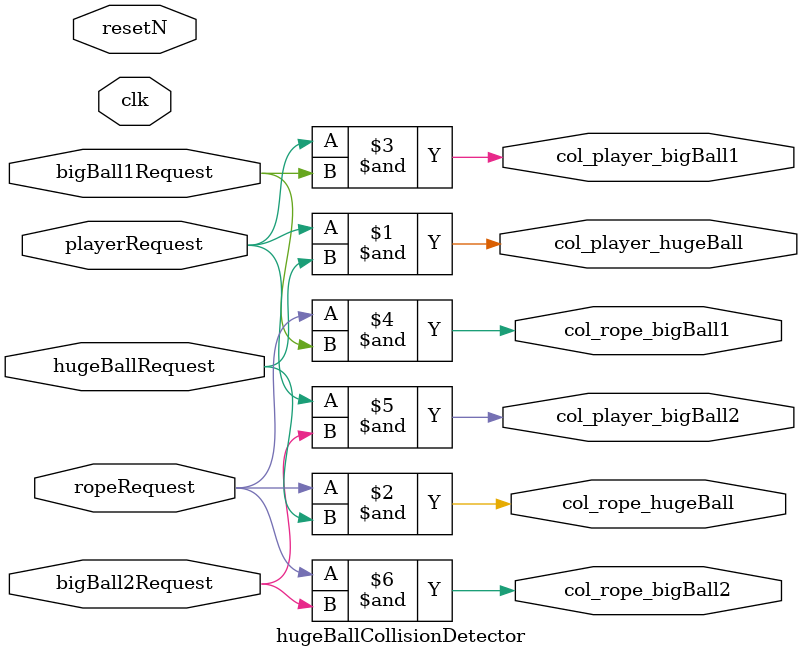
<source format=sv>

module hugeBallCollisionDetector	(	
					input		logic	clk,
					input		logic	resetN,
					input 	logic	playerRequest,
					input    logic hugeBallRequest,
					input    logic bigBall1Request,
					input    logic bigBall2Request,
					input    logic ropeRequest,
					
					output	logic	col_player_hugeBall,
					output   logic col_rope_hugeBall,
					
					output	logic	col_player_bigBall1,
					output   logic col_rope_bigBall1,
					
					output	logic	col_player_bigBall2,
					output   logic col_rope_bigBall2
);


assign col_player_hugeBall = playerRequest & hugeBallRequest;
assign col_rope_hugeBall   = ropeRequest & hugeBallRequest;

assign col_player_bigBall1 = playerRequest & bigBall1Request;
assign col_rope_bigBall1   = ropeRequest & bigBall1Request;

assign col_player_bigBall2 = playerRequest & bigBall2Request;
assign col_rope_bigBall2   = ropeRequest & bigBall2Request;




endmodule
</source>
